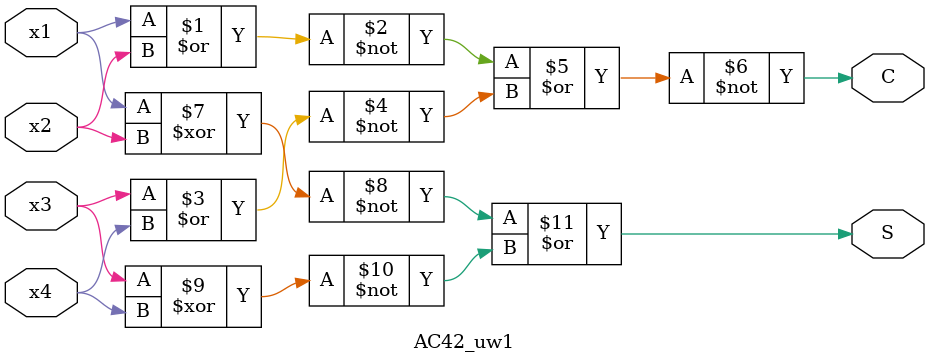
<source format=v>


`timescale 1ns/10ps

module AC42_uw1 (
    C,
    S,
    x1,
    x2,
    x3,
    x4
);


output C;
wire C;
output S;
wire S;
input x1;
input x2;
input x3;
input x4;





assign C = (~((~(x1 | x2)) | (~(x3 | x4))));
assign S = ((~(x1 ^ x2)) | (~(x3 ^ x4)));

endmodule

</source>
